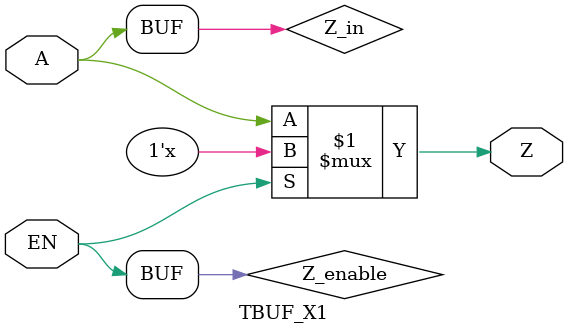
<source format=v>
module TBUF_X1 (A, EN, Z);
  input A;
  input EN;
  output Z;

  bufif0(Z, Z_in, Z_enable);
  buf(Z_enable, EN);
  buf(Z_in, A);

  specify
    (A => Z) = (0.1, 0.1);
    (EN => Z) = (0.1, 0.1);
  endspecify

endmodule

</source>
